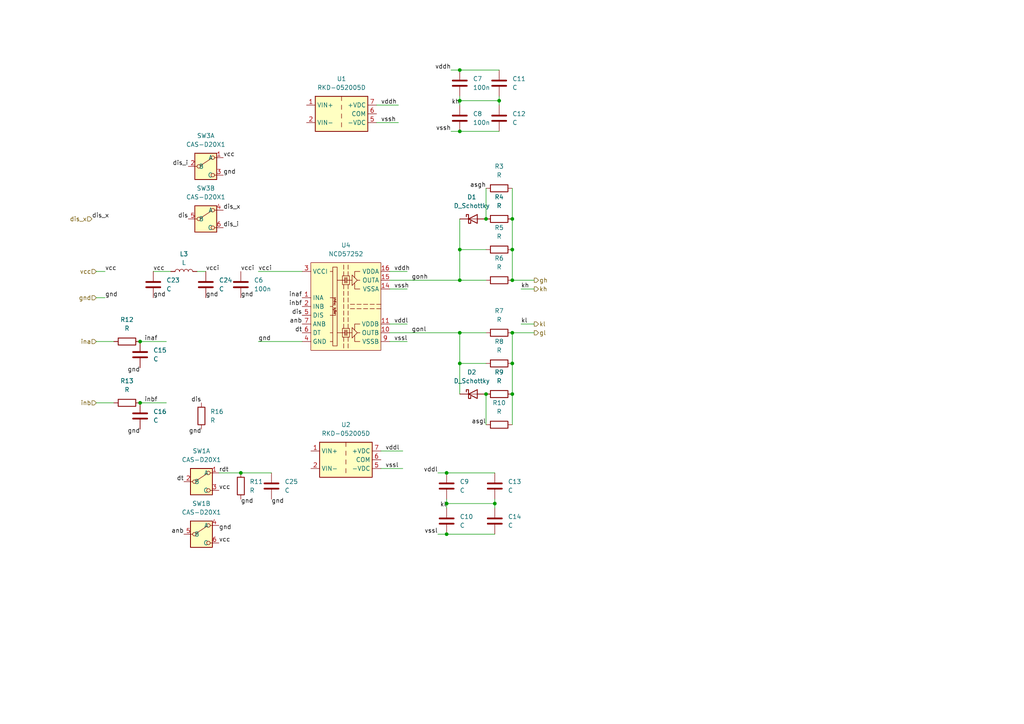
<source format=kicad_sch>
(kicad_sch (version 20231120) (generator "eeschema") (generator_version "8.0")
  (paper "A4")
  (lib_symbols
    (symbol "Device:C" (pin_numbers hide) (pin_names (offset 0.254))
      (property "Reference" "C" (at 0.635 2.54 0))
      (property "Value" "C" (at 0.635 -2.54 0))
      (symbol "C_0_1"
        (polyline (pts (xy -2.032 -0.762) (xy 2.032 -0.762)) (stroke (width 0.508)))
        (polyline (pts (xy -2.032 0.762) (xy 2.032 0.762)) (stroke (width 0.508)))
      )
      (symbol "C_1_1"
        (pin passive line (at 0 3.81 270) (length 2.794) (name "~") (number "1"))
        (pin passive line (at 0 -3.81 90) (length 2.794) (name "~") (number "2"))
      )
    )
    (symbol "Device:D_Schottky" (pin_numbers hide) (pin_names (offset 1.016) hide)
      (property "Reference" "D" (at 0 2.54 0))
      (property "Value" "D_Schottky" (at 0 -2.54 0))
      (symbol "D_Schottky_0_1"
        (polyline (pts (xy 1.27 0) (xy -1.27 0)))
        (polyline (pts (xy 1.27 1.27) (xy 1.27 -1.27) (xy -1.27 0) (xy 1.27 1.27)) (stroke (width 0.254)))
        (polyline (pts (xy -1.905 0.635) (xy -1.905 1.27) (xy -1.27 1.27) (xy -1.27 -1.27) (xy -0.635 -1.27) (xy -0.635 -0.635)) (stroke (width 0.254)))
      )
      (symbol "D_Schottky_1_1"
        (pin passive line (at -3.81 0 0) (length 2.54) (name "K") (number "1"))
        (pin passive line (at 3.81 0 180) (length 2.54) (name "A") (number "2"))
      )
    )
    (symbol "Device:L" (pin_numbers hide) (pin_names (offset 1.016) hide)
      (property "Reference" "L" (at -1.27 0 90))
      (property "Value" "L" (at 1.905 0 90))
      (symbol "L_0_1"
        (arc (start 0 -2.54) (mid 0.6323 -1.905) (end 0 -1.27))
        (arc (start 0 -1.27) (mid 0.6323 -0.635) (end 0 0))
        (arc (start 0 0) (mid 0.6323 0.635) (end 0 1.27))
        (arc (start 0 1.27) (mid 0.6323 1.905) (end 0 2.54))
      )
      (symbol "L_1_1"
        (pin passive line (at 0 3.81 270) (length 1.27) (name "1") (number "1"))
        (pin passive line (at 0 -3.81 90) (length 1.27) (name "2") (number "2"))
      )
    )
    (symbol "Device:R" (pin_numbers hide) (pin_names (offset 0))
      (property "Reference" "R" (at 2.032 0 90))
      (property "Value" "R" (at 0 0 90))
      (symbol "R_0_1"
        (rectangle (start -1.016 -2.54) (end 1.016 2.54) (stroke (width 0.254)))
      )
      (symbol "R_1_1"
        (pin passive line (at 0 3.81 270) (length 1.27) (name "~") (number "1"))
        (pin passive line (at 0 -3.81 90) (length 1.27) (name "~") (number "2"))
      )
    )
    (symbol "My_Converter_DCDC:RKZ-052005D"
      (property "Reference" "U" (at 0 0 0))
      (property "Value" "RKD-052005D" (at 0 0 0))
      (symbol "RKZ-052005D_0_1"
        (rectangle (start -7.62 5.08) (end 7.62 -5.08) (stroke (width 0.254)) (fill (type background)))
        (polyline (pts (xy 0 -2.54) (xy 0 -3.81)))
        (polyline (pts (xy 0 0) (xy 0 -1.27)))
        (polyline (pts (xy 0 2.54) (xy 0 1.27)))
        (polyline (pts (xy 0 5.08) (xy 0 3.81)))
      )
      (symbol "RKZ-052005D_1_1"
        (pin passive line (at -10.16 2.54 0) (length 2.54) hide (name "VIN+") (number "1"))
        (pin power_in line (at -10.16 2.54 0) (length 2.54) (name "VIN+") (number "1"))
        (pin passive line (at -10.16 -2.54 0) (length 2.54) hide (name "VIN-") (number "2"))
        (pin power_in line (at -10.16 -2.54 0) (length 2.54) (name "VIN-") (number "2"))
        (pin power_out line (at 10.16 -2.54 180) (length 2.54) (name "-VDC") (number "5"))
        (pin passive line (at 10.16 0 180) (length 2.54) (name "COM") (number "6"))
        (pin passive line (at 10.16 2.54 180) (length 2.54) hide (name "+VDC") (number "7"))
        (pin power_out line (at 10.16 2.54 180) (length 2.54) (name "+VDC") (number "7"))
      )
    )
    (symbol "My_Driver_FET:NCD57252"
      (property "Reference" "U" (at 0 0 0))
      (property "Value" "NCD57252" (at 0 0 0))
      (symbol "NCD57252_0_0"
        (polyline (pts (xy -0.635 6.35) (xy -0.635 5.08)))
        (polyline (pts (xy -0.635 10.16) (xy -0.635 8.89)))
        (polyline (pts (xy -0.635 12.065) (xy -0.635 10.795)))
        (polyline (pts (xy -0.254 -7.62) (xy -2.54 -7.62)))
        (polyline (pts (xy -0.254 -6.858) (xy -0.254 -8.382)) (stroke (width 0.254)))
        (polyline (pts (xy -0.254 7.62) (xy -2.54 7.62)))
        (polyline (pts (xy -0.254 8.382) (xy -0.254 6.858)) (stroke (width 0.254)))
        (polyline (pts (xy 0.254 -7.62) (xy 1.778 -7.62)))
        (polyline (pts (xy 0.254 -6.858) (xy 0.254 -8.382)) (stroke (width 0.254)))
        (polyline (pts (xy 0.254 7.62) (xy 1.778 7.62)))
        (polyline (pts (xy 0.254 8.382) (xy 0.254 6.858)) (stroke (width 0.254)))
        (polyline (pts (xy 0.635 6.35) (xy 0.635 5.08)))
        (polyline (pts (xy 0.635 8.89) (xy 0.635 10.16)))
        (polyline (pts (xy 0.635 10.795) (xy 0.635 12.065)))
        (polyline (pts (xy 2.54 -0.635) (xy 1.27 -0.635)))
        (polyline (pts (xy 2.54 0.635) (xy 1.27 0.635)))
        (polyline (pts (xy 4.064 -7.62) (xy 3.302 -7.62)))
        (polyline (pts (xy 4.064 7.62) (xy 3.302 7.62)))
        (polyline (pts (xy 4.445 -0.635) (xy 3.175 -0.635)))
        (polyline (pts (xy 4.445 0.635) (xy 3.175 0.635)))
        (polyline (pts (xy 6.35 -0.635) (xy 5.08 -0.635)))
        (polyline (pts (xy 6.35 0.635) (xy 5.08 0.635)))
        (polyline (pts (xy 8.255 -0.635) (xy 6.985 -0.635)))
        (polyline (pts (xy 8.255 0.635) (xy 6.985 0.635)))
        (polyline (pts (xy 10.16 -0.635) (xy 8.89 -0.635)))
        (polyline (pts (xy 10.16 0.635) (xy 8.89 0.635)))
        (polyline (pts (xy 4.064 -10.16) (xy 2.54 -10.16) (xy 2.54 -8.382)))
        (polyline (pts (xy 4.064 -5.08) (xy 2.54 -5.08) (xy 2.54 -6.858)))
        (polyline (pts (xy 4.064 5.08) (xy 2.54 5.08) (xy 2.54 6.858)))
        (polyline (pts (xy 4.064 10.16) (xy 2.54 10.16) (xy 2.54 8.382)))
        (polyline (pts (xy 3.302 -7.62) (xy 1.778 -9.144) (xy 1.778 -6.096) (xy 3.302 -7.62)))
        (polyline (pts (xy 3.302 7.62) (xy 1.778 6.096) (xy 1.778 9.144) (xy 3.302 7.62)))
        (rectangle (start 1.016 -6.35) (end -1.016 -8.89))
        (rectangle (start 1.016 8.89) (end -1.016 6.35))
        (text "Logic Input" (at -3.302 0 900) (effects (font (size 0.635 0.635))))
      )
      (symbol "NCD57252_0_1"
        (rectangle (start -10.16 12.7) (end 10.16 -12.7) (fill (type background)))
        (rectangle (start -3.81 11.43) (end -2.54 -11.43))
        (polyline (pts (xy -3.81 -10.16) (xy -4.572 -10.16)))
        (polyline (pts (xy -3.81 -7.62) (xy -4.572 -7.62)))
        (polyline (pts (xy -3.81 -2.54) (xy -4.572 -2.54)))
        (polyline (pts (xy -3.81 0) (xy -4.572 0)))
        (polyline (pts (xy -3.81 2.54) (xy -4.572 2.54)))
        (polyline (pts (xy -3.81 10.16) (xy -4.572 10.16)))
        (polyline (pts (xy -0.635 -10.795) (xy -0.635 -12.065)))
        (polyline (pts (xy -0.635 -8.89) (xy -0.635 -10.16)))
        (polyline (pts (xy -0.635 -5.08) (xy -0.635 -6.35)))
        (polyline (pts (xy -0.635 -3.175) (xy -0.635 -4.445)))
        (polyline (pts (xy -0.635 -1.27) (xy -0.635 -2.54)))
        (polyline (pts (xy -0.635 0.635) (xy -0.635 -0.635)))
        (polyline (pts (xy -0.635 2.54) (xy -0.635 1.27)))
        (polyline (pts (xy -0.635 4.445) (xy -0.635 3.175)))
        (polyline (pts (xy 0.635 -10.795) (xy 0.635 -12.065)))
        (polyline (pts (xy 0.635 -8.89) (xy 0.635 -10.16)))
        (polyline (pts (xy 0.635 -5.08) (xy 0.635 -6.35)))
        (polyline (pts (xy 0.635 -3.175) (xy 0.635 -4.445)))
        (polyline (pts (xy 0.635 -1.27) (xy 0.635 -2.54)))
        (polyline (pts (xy 0.635 0.635) (xy 0.635 -0.635)))
        (polyline (pts (xy 0.635 2.54) (xy 0.635 1.27)))
        (polyline (pts (xy 0.635 4.445) (xy 0.635 3.175)))
      )
      (symbol "NCD57252_1_1"
        (pin input line (at -12.7 2.54 0) (length 2.54) (name "INA") (number "1"))
        (pin output line (at 12.7 -7.62 180) (length 2.54) (name "OUTB") (number "10"))
        (pin power_in line (at 12.7 -5.08 180) (length 2.54) (name "VDDB") (number "11"))
        (pin no_connect line (at 10.16 -2.54 180) (length 2.54) hide (name "NC") (number "12"))
        (pin no_connect line (at 10.16 2.54 180) (length 2.54) hide (name "NC") (number "13"))
        (pin power_in line (at 12.7 5.08 180) (length 2.54) (name "VSSA") (number "14"))
        (pin output line (at 12.7 7.62 180) (length 2.54) (name "OUTA") (number "15"))
        (pin power_in line (at 12.7 10.16 180) (length 2.54) (name "VDDA") (number "16"))
        (pin input line (at -12.7 0 0) (length 2.54) (name "INB") (number "2"))
        (pin power_in line (at -12.7 10.16 0) (length 2.54) (name "VCCI") (number "3"))
        (pin power_in line (at -12.7 -10.16 0) (length 2.54) (name "GND") (number "4"))
        (pin input line (at -12.7 -2.54 0) (length 2.54) (name "DIS") (number "5"))
        (pin passive line (at -12.7 -7.62 0) (length 2.54) (name "DT") (number "6"))
        (pin input line (at -12.7 -5.08 0) (length 2.54) (name "ANB") (number "7"))
        (pin passive line (at -12.7 10.16 0) (length 2.54) hide (name "VCCI") (number "8"))
        (pin power_in line (at 12.7 -10.16 180) (length 2.54) (name "VSSB") (number "9"))
      )
    )
    (symbol "My_Switch:CAS-D20X1"
      (property "Reference" "SW" (at 0 0 0))
      (property "Value" "CAS-D20X1" (at 0 0 0))
      (symbol "CAS-D20X1_0_0"
        (circle (center -2.032 0) (radius 0.508))
        (circle (center 2.032 -2.54) (radius 0.508))
      )
      (symbol "CAS-D20X1_0_1"
        (rectangle (start -3.175 3.81) (end 3.175 -3.81) (stroke (width 0.254)) (fill (type background)))
        (polyline (pts (xy -1.524 0.254) (xy 1.5748 2.286)))
        (circle (center 2.032 2.54) (radius 0.508))
      )
      (symbol "CAS-D20X1_1_1"
        (pin passive line (at 5.08 2.54 180) (length 2.54) (name "A") (number "1"))
        (pin passive line (at -5.08 0 0) (length 2.54) (name "B") (number "2"))
        (pin passive line (at 5.08 -2.54 180) (length 2.54) (name "C") (number "3"))
      )
      (symbol "CAS-D20X1_2_1"
        (pin passive line (at 5.08 2.54 180) (length 2.54) (name "A") (number "4"))
        (pin passive line (at -5.08 0 0) (length 2.54) (name "B") (number "5"))
        (pin passive line (at 5.08 -2.54 180) (length 2.54) (name "C") (number "6"))
      )
    )
  )
  (junction (at 129.54 154.94))
  (junction (at 133.35 20.32))
  (junction (at 133.35 72.39))
  (junction (at 148.59 105.41))
  (junction (at 40.64 99.06))
  (junction (at 140.97 114.3))
  (junction (at 133.35 96.52))
  (junction (at 140.97 63.5))
  (junction (at 148.59 114.3))
  (junction (at 148.59 81.28))
  (junction (at 129.54 137.16))
  (junction (at 133.35 29.21))
  (junction (at 133.35 38.1))
  (junction (at 133.35 105.41))
  (junction (at 133.35 81.28))
  (junction (at 69.85 137.16))
  (junction (at 148.59 63.5))
  (junction (at 148.59 72.39))
  (junction (at 148.59 96.52))
  (junction (at 40.64 116.84))
  (junction (at 144.78 29.21))
  (junction (at 143.51 146.05))
  (junction (at 129.54 146.05))
  (wire (pts (xy 110.49 135.89) (xy 116.84 135.89)))
  (wire (pts (xy 144.78 27.94) (xy 144.78 29.21)))
  (wire (pts (xy 133.35 105.41) (xy 133.35 114.3)))
  (wire (pts (xy 148.59 96.52) (xy 154.94 96.52)))
  (wire (pts (xy 148.59 114.3) (xy 148.59 123.19)))
  (wire (pts (xy 133.35 20.32) (xy 144.78 20.32)))
  (wire (pts (xy 148.59 72.39) (xy 148.59 81.28)))
  (wire (pts (xy 113.03 78.74) (xy 118.11 78.74)))
  (wire (pts (xy 109.22 30.48) (xy 115.57 30.48)))
  (wire (pts (xy 113.03 81.28) (xy 133.35 81.28)))
  (wire (pts (xy 113.03 99.06) (xy 118.11 99.06)))
  (wire (pts (xy 113.03 96.52) (xy 133.35 96.52)))
  (wire (pts (xy 127 137.16) (xy 129.54 137.16)))
  (wire (pts (xy 27.94 116.84) (xy 33.02 116.84)))
  (wire (pts (xy 113.03 83.82) (xy 118.11 83.82)))
  (wire (pts (xy 133.35 96.52) (xy 133.35 105.41)))
  (wire (pts (xy 133.35 38.1) (xy 144.78 38.1)))
  (wire (pts (xy 130.81 38.1) (xy 133.35 38.1)))
  (wire (pts (xy 148.59 54.61) (xy 148.59 63.5)))
  (wire (pts (xy 130.81 20.32) (xy 133.35 20.32)))
  (wire (pts (xy 133.35 29.21) (xy 144.78 29.21)))
  (wire (pts (xy 143.51 144.78) (xy 143.51 146.05)))
  (wire (pts (xy 113.03 93.98) (xy 118.11 93.98)))
  (wire (pts (xy 144.78 29.21) (xy 144.78 30.48)))
  (wire (pts (xy 129.54 144.78) (xy 129.54 146.05)))
  (wire (pts (xy 148.59 105.41) (xy 148.59 114.3)))
  (wire (pts (xy 40.64 116.84) (xy 48.26 116.84)))
  (wire (pts (xy 143.51 146.05) (xy 143.51 147.32)))
  (wire (pts (xy 133.35 96.52) (xy 140.97 96.52)))
  (wire (pts (xy 151.13 83.82) (xy 154.94 83.82)))
  (wire (pts (xy 74.93 78.74) (xy 87.63 78.74)))
  (wire (pts (xy 133.35 29.21) (xy 133.35 30.48)))
  (wire (pts (xy 133.35 27.94) (xy 133.35 29.21)))
  (wire (pts (xy 57.15 78.74) (xy 59.69 78.74)))
  (wire (pts (xy 74.93 99.06) (xy 87.63 99.06)))
  (wire (pts (xy 148.59 96.52) (xy 148.59 105.41)))
  (wire (pts (xy 129.54 154.94) (xy 143.51 154.94)))
  (wire (pts (xy 69.85 137.16) (xy 78.74 137.16)))
  (wire (pts (xy 27.94 99.06) (xy 33.02 99.06)))
  (wire (pts (xy 133.35 105.41) (xy 140.97 105.41)))
  (wire (pts (xy 27.94 78.74) (xy 30.48 78.74)))
  (wire (pts (xy 129.54 137.16) (xy 143.51 137.16)))
  (wire (pts (xy 151.13 93.98) (xy 154.94 93.98)))
  (wire (pts (xy 133.35 72.39) (xy 140.97 72.39)))
  (wire (pts (xy 109.22 35.56) (xy 115.57 35.56)))
  (wire (pts (xy 148.59 63.5) (xy 148.59 72.39)))
  (wire (pts (xy 63.5 137.16) (xy 69.85 137.16)))
  (wire (pts (xy 129.54 146.05) (xy 143.51 146.05)))
  (wire (pts (xy 140.97 54.61) (xy 140.97 63.5)))
  (wire (pts (xy 30.48 86.36) (xy 27.94 86.36)))
  (wire (pts (xy 133.35 81.28) (xy 140.97 81.28)))
  (wire (pts (xy 110.49 130.81) (xy 116.84 130.81)))
  (wire (pts (xy 127 154.94) (xy 129.54 154.94)))
  (wire (pts (xy 133.35 72.39) (xy 133.35 81.28)))
  (wire (pts (xy 148.59 81.28) (xy 154.94 81.28)))
  (wire (pts (xy 133.35 63.5) (xy 133.35 72.39)))
  (wire (pts (xy 129.54 146.05) (xy 129.54 147.32)))
  (wire (pts (xy 40.64 99.06) (xy 48.26 99.06)))
  (wire (pts (xy 140.97 114.3) (xy 140.97 123.19)))
  (wire (pts (xy 44.45 78.74) (xy 49.53 78.74)))
  (label "vssl" (at 114.3 99.06 0))
  (label "gnd" (at 40.64 124.46 180))
  (label "vcc" (at 64.77 45.72 0))
  (label "dis" (at 54.61 63.5 180))
  (label "gnd" (at 74.93 99.06 0))
  (label "gonl" (at 119.38 96.52 0))
  (label "vddl" (at 111.76 130.81 0))
  (label "anb" (at 87.63 93.98 180))
  (label "vssh" (at 110.49 35.56 0))
  (label "inbf" (at 87.63 88.9 180))
  (label "vcci" (at 69.85 78.74 0))
  (label "gnd" (at 69.85 144.78 0))
  (label "gnd" (at 78.74 144.78 0))
  (label "vddh" (at 114.3 78.74 0))
  (label "vddl" (at 114.3 93.98 0))
  (label "asgh" (at 140.97 54.61 180))
  (label "vssl" (at 127 154.94 180))
  (label "vcc" (at 44.45 78.74 0))
  (label "kh" (at 133.35 30.48 180))
  (label "inaf" (at 45.72 99.06 180))
  (label "vcc" (at 30.48 78.74 0))
  (label "dis_x" (at 64.77 60.96 0))
  (label "dis_x" (at 26.67 63.5 0))
  (label "kl" (at 129.54 147.32 180))
  (label "vcc" (at 63.5 157.48 0))
  (label "gnd" (at 58.42 124.46 180))
  (label "gnd" (at 64.77 50.8 0))
  (label "vcc" (at 63.5 142.24 0))
  (label "vddl" (at 127 137.16 180))
  (label "dis_i" (at 54.61 48.26 180))
  (label "kh" (at 151.13 83.82 0))
  (label "rdt" (at 63.5 137.16 0))
  (label "dt" (at 87.63 96.52 180))
  (label "vssl" (at 111.76 135.89 0))
  (label "dt" (at 53.34 139.7 180))
  (label "vssh" (at 130.81 38.1 180))
  (label "dis_i" (at 64.77 66.04 0))
  (label "gnd" (at 63.5 152.4 0))
  (label "gnd" (at 30.48 86.36 0))
  (label "vssh" (at 114.3 83.82 0))
  (label "vcci" (at 74.93 78.74 0))
  (label "gnd" (at 44.45 86.36 0))
  (label "gnd" (at 40.64 106.68 180))
  (label "dis" (at 87.63 91.44 180))
  (label "dis" (at 58.42 116.84 180))
  (label "kl" (at 151.13 93.98 0))
  (label "inbf" (at 45.72 116.84 180))
  (label "vddh" (at 130.81 20.32 180))
  (label "gnd" (at 69.85 86.36 0))
  (label "gnd" (at 59.69 86.36 0))
  (label "anb" (at 53.34 154.94 180))
  (label "asgl" (at 140.97 123.19 180))
  (label "vcci" (at 59.69 78.74 0))
  (label "gonh" (at 119.38 81.28 0))
  (label "inaf" (at 87.63 86.36 180))
  (label "vddh" (at 110.49 30.48 0))
  (hierarchical_label "kl" (shape output) (at 154.94 93.98 0))
  (hierarchical_label "inb" (shape input) (at 27.94 116.84 180))
  (hierarchical_label "kh" (shape output) (at 154.94 83.82 0))
  (hierarchical_label "dis_x" (shape input) (at 26.67 63.5 180))
  (hierarchical_label "ina" (shape input) (at 27.94 99.06 180))
  (hierarchical_label "gnd" (shape input) (at 27.94 86.36 180))
  (hierarchical_label "gh" (shape output) (at 154.94 81.28 0))
  (hierarchical_label "vcc" (shape input) (at 27.94 78.74 180))
  (hierarchical_label "gl" (shape output) (at 154.94 96.52 0))
  (symbol (lib_id "Device:R") (at 144.78 63.5 90) (unit 1)
    (property "Reference" "R4" (at 144.78 57.15 90))
    (property "Value" "R" (at 144.78 59.69 90))
    (property "Footprint" "Resistor_SMD:R_0805_2012Metric_Pad1.20x1.40mm_HandSolder" (effects (hide yes)))
    (property "Description" "Resistor" (effects (hide yes)))
  )
  (symbol (lib_id "Device:C") (at 133.35 24.13 0) (unit 1)
    (property "Reference" "C7" (at 137.16 22.8599 0) (effects (justify left)))
    (property "Value" "100n" (at 137.16 25.3999 0) (effects (justify left)))
    (property "Footprint" "Capacitor_SMD:C_0603_1608Metric_Pad1.08x0.95mm_HandSolder" (effects (hide yes)))
    (property "Description" "Unpolarized capacitor" (effects (hide yes)))
  )
  (symbol (lib_id "Device:R") (at 144.78 105.41 90) (unit 1)
    (property "Reference" "R8" (at 144.78 99.06 90))
    (property "Value" "R" (at 144.78 101.6 90))
    (property "Footprint" "Resistor_SMD:R_0805_2012Metric_Pad1.20x1.40mm_HandSolder" (effects (hide yes)))
    (property "Description" "Resistor" (effects (hide yes)))
  )
  (symbol (lib_id "Device:C") (at 133.35 34.29 0) (unit 1)
    (property "Reference" "C8" (at 137.16 33.0199 0) (effects (justify left)))
    (property "Value" "100n" (at 137.16 35.5599 0) (effects (justify left)))
    (property "Footprint" "Capacitor_SMD:C_0603_1608Metric_Pad1.08x0.95mm_HandSolder" (effects (hide yes)))
    (property "Description" "Unpolarized capacitor" (effects (hide yes)))
  )
  (symbol (lib_id "Device:C") (at 40.64 120.65 0) (unit 1)
    (property "Reference" "C16" (at 44.45 119.3799 0) (effects (justify left)))
    (property "Value" "C" (at 44.45 121.9199 0) (effects (justify left)))
    (property "Footprint" "Capacitor_SMD:C_0603_1608Metric_Pad1.08x0.95mm_HandSolder" (effects (hide yes)))
    (property "Description" "Unpolarized capacitor" (effects (hide yes)))
  )
  (symbol (lib_id "Device:R") (at 144.78 81.28 90) (unit 1)
    (property "Reference" "R6" (at 144.78 74.93 90))
    (property "Value" "R" (at 144.78 77.47 90))
    (property "Footprint" "Resistor_SMD:R_0805_2012Metric_Pad1.20x1.40mm_HandSolder" (effects (hide yes)))
    (property "Description" "Resistor" (effects (hide yes)))
  )
  (symbol (lib_id "Device:R") (at 144.78 54.61 90) (unit 1)
    (property "Reference" "R3" (at 144.78 48.26 90))
    (property "Value" "R" (at 144.78 50.8 90))
    (property "Footprint" "Resistor_SMD:R_0805_2012Metric_Pad1.20x1.40mm_HandSolder" (effects (hide yes)))
    (property "Description" "Resistor" (effects (hide yes)))
  )
  (symbol (lib_id "Device:D_Schottky") (at 137.16 114.3 0) (unit 1)
    (property "Reference" "D2" (at 136.8425 107.95 0))
    (property "Value" "D_Schottky" (at 136.8425 110.49 0))
    (property "Footprint" "Diode_SMD:D_SOD-123" (effects (hide yes)))
    (property "Description" "Schottky diode" (effects (hide yes)))
  )
  (symbol (lib_id "Device:C") (at 129.54 151.13 0) (unit 1)
    (property "Reference" "C10" (at 133.35 149.8599 0) (effects (justify left)))
    (property "Value" "C" (at 133.35 152.3999 0) (effects (justify left)))
    (property "Footprint" "Capacitor_SMD:C_0603_1608Metric_Pad1.08x0.95mm_HandSolder" (effects (hide yes)))
    (property "Description" "Unpolarized capacitor" (effects (hide yes)))
  )
  (symbol (lib_id "Device:R") (at 144.78 72.39 90) (unit 1)
    (property "Reference" "R5" (at 144.78 66.04 90))
    (property "Value" "R" (at 144.78 68.58 90))
    (property "Footprint" "Resistor_SMD:R_0805_2012Metric_Pad1.20x1.40mm_HandSolder" (effects (hide yes)))
    (property "Description" "Resistor" (effects (hide yes)))
  )
  (symbol (lib_id "Device:C") (at 143.51 140.97 0) (unit 1)
    (property "Reference" "C13" (at 147.32 139.6999 0) (effects (justify left)))
    (property "Value" "C" (at 147.32 142.2399 0) (effects (justify left)))
    (property "Footprint" "Capacitor_SMD:C_0805_2012Metric_Pad1.18x1.45mm_HandSolder" (effects (hide yes)))
    (property "Description" "Unpolarized capacitor" (effects (hide yes)))
  )
  (symbol (lib_id "Device:D_Schottky") (at 137.16 63.5 0) (unit 1)
    (property "Reference" "D1" (at 136.8425 57.15 0))
    (property "Value" "D_Schottky" (at 136.8425 59.69 0))
    (property "Footprint" "Diode_SMD:D_SOD-123" (effects (hide yes)))
    (property "Description" "Schottky diode" (effects (hide yes)))
  )
  (symbol (lib_id "My_Switch:CAS-D20X1") (at 59.69 63.5 0) (unit 2)
    (property "Reference" "SW3" (at 59.69 54.61 0))
    (property "Value" "CAS-D20X1" (at 59.69 57.15 0))
    (property "Footprint" "My_Button_Switch_SMD:Nidec_Copal_CAS-D20A1" (effects (hide yes)))
    (property "Datasheet" "https://www.nidec-components.com/e/catalog/switch/cas.pdf" (effects (hide yes)))
  )
  (symbol (lib_id "Device:C") (at 129.54 140.97 0) (unit 1)
    (property "Reference" "C9" (at 133.35 139.6999 0) (effects (justify left)))
    (property "Value" "C" (at 133.35 142.2399 0) (effects (justify left)))
    (property "Footprint" "Capacitor_SMD:C_0603_1608Metric_Pad1.08x0.95mm_HandSolder" (effects (hide yes)))
    (property "Description" "Unpolarized capacitor" (effects (hide yes)))
  )
  (symbol (lib_id "Device:C") (at 144.78 34.29 0) (unit 1)
    (property "Reference" "C12" (at 148.59 33.0199 0) (effects (justify left)))
    (property "Value" "C" (at 148.59 35.5599 0) (effects (justify left)))
    (property "Footprint" "Capacitor_SMD:C_0805_2012Metric_Pad1.18x1.45mm_HandSolder" (effects (hide yes)))
    (property "Description" "Unpolarized capacitor" (effects (hide yes)))
  )
  (symbol (lib_id "Device:C") (at 40.64 102.87 0) (unit 1)
    (property "Reference" "C15" (at 44.45 101.5999 0) (effects (justify left)))
    (property "Value" "C" (at 44.45 104.1399 0) (effects (justify left)))
    (property "Footprint" "Capacitor_SMD:C_0603_1608Metric_Pad1.08x0.95mm_HandSolder" (effects (hide yes)))
    (property "Description" "Unpolarized capacitor" (effects (hide yes)))
  )
  (symbol (lib_id "Device:C") (at 44.45 82.55 0) (unit 1)
    (property "Reference" "C23" (at 48.26 81.2799 0) (effects (justify left)))
    (property "Value" "C" (at 48.26 83.8199 0) (effects (justify left)))
    (property "Footprint" "Capacitor_SMD:C_0805_2012Metric_Pad1.18x1.45mm_HandSolder" (effects (hide yes)))
    (property "Description" "Unpolarized capacitor" (effects (hide yes)))
  )
  (symbol (lib_id "My_Driver_FET:NCD57252") (at 100.33 88.9 0) (unit 1)
    (property "Reference" "U4" (at 100.33 71.12 0))
    (property "Value" "NCD57252" (at 100.33 73.66 0))
    (property "Footprint" "Package_SO:SOIC-16W_7.5x10.3mm_P1.27mm" (effects (hide yes)))
    (property "Datasheet" "https://www.onsemi.com/pdf/datasheet/ncd57252-d.pdf" (effects (hide yes)))
  )
  (symbol (lib_id "My_Converter_DCDC:RKZ-052005D") (at 100.33 133.35 0) (unit 1)
    (property "Reference" "U2" (at 100.33 123.19 0))
    (property "Value" "RKD-052005D" (at 100.33 125.73 0))
    (property "Footprint" "My_Converter_DCDC:Converter_DCDC_RECOM_RKZ-xx2005_Dual_THT_SIP7" (effects (hide yes)))
    (property "Datasheet" "https://recom-power.com/en/products/dc-dc-converters/dc-dc-unregulated/rec-p-RKZ-052005D.html?1" (effects (hide yes)))
  )
  (symbol (lib_id "Device:C") (at 144.78 24.13 0) (unit 1)
    (property "Reference" "C11" (at 148.59 22.8599 0) (effects (justify left)))
    (property "Value" "C" (at 148.59 25.3999 0) (effects (justify left)))
    (property "Footprint" "Capacitor_SMD:C_0805_2012Metric_Pad1.18x1.45mm_HandSolder" (effects (hide yes)))
    (property "Description" "Unpolarized capacitor" (effects (hide yes)))
  )
  (symbol (lib_id "Device:C") (at 78.74 140.97 0) (unit 1)
    (property "Reference" "C25" (at 82.55 139.6999 0) (effects (justify left)))
    (property "Value" "C" (at 82.55 142.2399 0) (effects (justify left)))
    (property "Footprint" "Capacitor_SMD:C_0603_1608Metric_Pad1.08x0.95mm_HandSolder" (effects (hide yes)))
    (property "Description" "Unpolarized capacitor" (effects (hide yes)))
  )
  (symbol (lib_id "Device:R") (at 144.78 114.3 90) (unit 1)
    (property "Reference" "R9" (at 144.78 107.95 90))
    (property "Value" "R" (at 144.78 110.49 90))
    (property "Footprint" "Resistor_SMD:R_0805_2012Metric_Pad1.20x1.40mm_HandSolder" (effects (hide yes)))
    (property "Description" "Resistor" (effects (hide yes)))
  )
  (symbol (lib_id "Device:C") (at 143.51 151.13 0) (unit 1)
    (property "Reference" "C14" (at 147.32 149.8599 0) (effects (justify left)))
    (property "Value" "C" (at 147.32 152.3999 0) (effects (justify left)))
    (property "Footprint" "Capacitor_SMD:C_0805_2012Metric_Pad1.18x1.45mm_HandSolder" (effects (hide yes)))
    (property "Description" "Unpolarized capacitor" (effects (hide yes)))
  )
  (symbol (lib_id "Device:L") (at 53.34 78.74 90) (unit 1)
    (property "Reference" "L3" (at 53.34 73.66 90))
    (property "Value" "L" (at 53.34 76.2 90))
    (property "Footprint" "Inductor_SMD:L_0603_1608Metric_Pad1.05x0.95mm_HandSolder" (effects (hide yes)))
    (property "Description" "Inductor" (effects (hide yes)))
  )
  (symbol (lib_id "My_Switch:CAS-D20X1") (at 59.69 48.26 0) (unit 1)
    (property "Reference" "SW3" (at 59.69 39.37 0))
    (property "Value" "CAS-D20X1" (at 59.69 41.91 0))
    (property "Footprint" "My_Button_Switch_SMD:Nidec_Copal_CAS-D20A1" (effects (hide yes)))
    (property "Datasheet" "https://www.nidec-components.com/e/catalog/switch/cas.pdf" (effects (hide yes)))
  )
  (symbol (lib_id "Device:R") (at 58.42 120.65 0) (unit 1)
    (property "Reference" "R16" (at 60.96 119.3799 0) (effects (justify left)))
    (property "Value" "R" (at 60.96 121.9199 0) (effects (justify left)))
    (property "Footprint" "Resistor_SMD:R_0603_1608Metric_Pad0.98x0.95mm_HandSolder" (effects (hide yes)))
    (property "Description" "Resistor" (effects (hide yes)))
  )
  (symbol (lib_id "Device:C") (at 69.85 82.55 0) (unit 1)
    (property "Reference" "C6" (at 73.66 81.2799 0) (effects (justify left)))
    (property "Value" "100n" (at 73.66 83.8199 0) (effects (justify left)))
    (property "Footprint" "Capacitor_SMD:C_0603_1608Metric_Pad1.08x0.95mm_HandSolder" (effects (hide yes)))
    (property "Description" "Unpolarized capacitor" (effects (hide yes)))
  )
  (symbol (lib_id "Device:R") (at 36.83 99.06 90) (unit 1)
    (property "Reference" "R12" (at 36.83 92.71 90))
    (property "Value" "R" (at 36.83 95.25 90))
    (property "Footprint" "Resistor_SMD:R_0603_1608Metric_Pad0.98x0.95mm_HandSolder" (effects (hide yes)))
    (property "Description" "Resistor" (effects (hide yes)))
  )
  (symbol (lib_id "My_Switch:CAS-D20X1") (at 58.42 154.94 0) (unit 2)
    (property "Reference" "SW1" (at 58.42 146.05 0))
    (property "Value" "CAS-D20X1" (at 58.42 148.59 0))
    (property "Footprint" "My_Button_Switch_SMD:Nidec_Copal_CAS-D20A1" (effects (hide yes)))
    (property "Datasheet" "https://www.nidec-components.com/e/catalog/switch/cas.pdf" (effects (hide yes)))
  )
  (symbol (lib_id "My_Converter_DCDC:RKZ-052005D") (at 99.06 33.02 0) (unit 1)
    (property "Reference" "U1" (at 99.06 22.86 0))
    (property "Value" "RKD-052005D" (at 99.06 25.4 0))
    (property "Footprint" "My_Converter_DCDC:Converter_DCDC_RECOM_RKZ-xx2005_Dual_THT_SIP7" (effects (hide yes)))
    (property "Datasheet" "https://recom-power.com/en/products/dc-dc-converters/dc-dc-unregulated/rec-p-RKZ-052005D.html?1" (effects (hide yes)))
  )
  (symbol (lib_id "My_Switch:CAS-D20X1") (at 58.42 139.7 0) (unit 1)
    (property "Reference" "SW1" (at 58.42 130.81 0))
    (property "Value" "CAS-D20X1" (at 58.42 133.35 0))
    (property "Footprint" "My_Button_Switch_SMD:Nidec_Copal_CAS-D20A1" (effects (hide yes)))
    (property "Datasheet" "https://www.nidec-components.com/e/catalog/switch/cas.pdf" (effects (hide yes)))
  )
  (symbol (lib_id "Device:R") (at 144.78 96.52 90) (unit 1)
    (property "Reference" "R7" (at 144.78 90.17 90))
    (property "Value" "R" (at 144.78 92.71 90))
    (property "Footprint" "Resistor_SMD:R_0805_2012Metric_Pad1.20x1.40mm_HandSolder" (effects (hide yes)))
    (property "Description" "Resistor" (effects (hide yes)))
  )
  (symbol (lib_id "Device:C") (at 59.69 82.55 0) (unit 1)
    (property "Reference" "C24" (at 63.5 81.2799 0) (effects (justify left)))
    (property "Value" "C" (at 63.5 83.8199 0) (effects (justify left)))
    (property "Footprint" "Capacitor_SMD:C_0805_2012Metric_Pad1.18x1.45mm_HandSolder" (effects (hide yes)))
    (property "Description" "Unpolarized capacitor" (effects (hide yes)))
  )
  (symbol (lib_id "Device:R") (at 144.78 123.19 90) (unit 1)
    (property "Reference" "R10" (at 144.78 116.84 90))
    (property "Value" "R" (at 144.78 119.38 90))
    (property "Footprint" "Resistor_SMD:R_0805_2012Metric_Pad1.20x1.40mm_HandSolder" (effects (hide yes)))
    (property "Description" "Resistor" (effects (hide yes)))
  )
  (symbol (lib_id "Device:R") (at 69.85 140.97 180) (unit 1)
    (property "Reference" "R11" (at 72.39 139.6999 0) (effects (justify right)))
    (property "Value" "R" (at 72.39 142.2399 0) (effects (justify right)))
    (property "Footprint" "Resistor_SMD:R_0603_1608Metric_Pad0.98x0.95mm_HandSolder" (effects (hide yes)))
    (property "Description" "Resistor" (effects (hide yes)))
  )
  (symbol (lib_id "Device:R") (at 36.83 116.84 90) (unit 1)
    (property "Reference" "R13" (at 36.83 110.49 90))
    (property "Value" "R" (at 36.83 113.03 90))
    (property "Footprint" "Resistor_SMD:R_0603_1608Metric_Pad0.98x0.95mm_HandSolder" (effects (hide yes)))
    (property "Description" "Resistor" (effects (hide yes)))
  )
)
</source>
